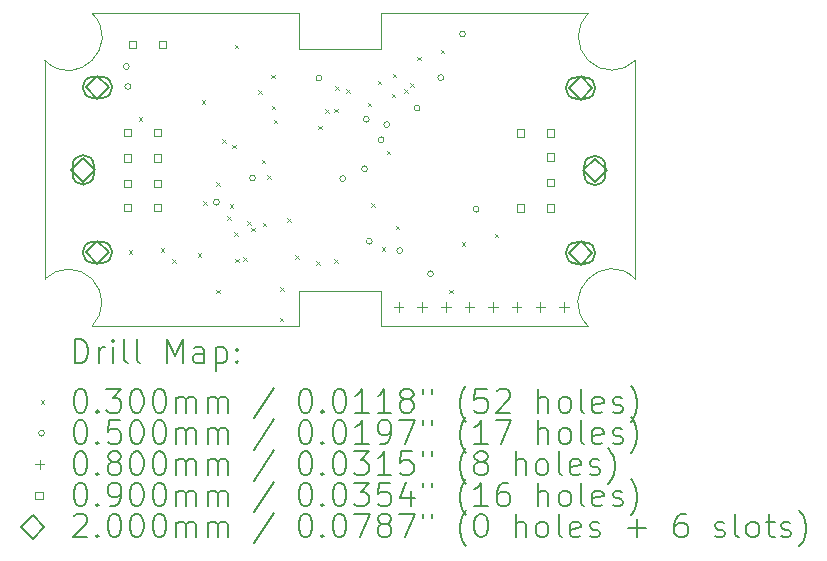
<source format=gbr>
%FSLAX45Y45*%
G04 Gerber Fmt 4.5, Leading zero omitted, Abs format (unit mm)*
G04 Created by KiCad (PCBNEW (6.0.1-0)) date 2022-03-09 23:30:37*
%MOMM*%
%LPD*%
G01*
G04 APERTURE LIST*
%TA.AperFunction,Profile*%
%ADD10C,0.050000*%
%TD*%
%ADD11C,0.200000*%
%ADD12C,0.030000*%
%ADD13C,0.050000*%
%ADD14C,0.080000*%
%ADD15C,0.090000*%
G04 APERTURE END LIST*
D10*
X5000000Y-8400000D02*
X5000000Y-10250000D01*
X7850000Y-8000000D02*
X9600000Y-8000000D01*
X5400000Y-10650000D02*
X7150000Y-10650000D01*
X7850000Y-10650000D02*
X9600000Y-10650000D01*
X7150000Y-10350000D02*
X7850000Y-10350000D01*
X7850000Y-10650000D02*
X7850000Y-10350000D01*
X7150000Y-8300000D02*
X7150000Y-8000000D01*
X7850000Y-8300000D02*
X7850000Y-8000000D01*
X7150000Y-8300000D02*
X7850000Y-8300000D01*
X5400000Y-10650000D02*
G75*
G03*
X5000000Y-10250000I-200000J200000D01*
G01*
X10000000Y-10250000D02*
G75*
G03*
X9600000Y-10650000I-200000J-200000D01*
G01*
X9600000Y-8000000D02*
G75*
G03*
X10000000Y-8400000I200000J-200000D01*
G01*
X7150000Y-10650000D02*
X7150000Y-10350000D01*
X5400000Y-8000000D02*
X7150000Y-8000000D01*
X5000000Y-8400000D02*
G75*
G03*
X5400000Y-8000000I200000J200000D01*
G01*
X10000000Y-8400000D02*
X10000000Y-10250000D01*
D11*
D12*
X5710850Y-10005960D02*
X5740850Y-10035960D01*
X5740850Y-10005960D02*
X5710850Y-10035960D01*
X5794280Y-8881560D02*
X5824280Y-8911560D01*
X5824280Y-8881560D02*
X5794280Y-8911560D01*
X5982810Y-9991020D02*
X6012810Y-10021020D01*
X6012810Y-9991020D02*
X5982810Y-10021020D01*
X6080098Y-10081372D02*
X6110098Y-10111372D01*
X6110098Y-10081372D02*
X6080098Y-10111372D01*
X6296360Y-10030900D02*
X6326360Y-10060900D01*
X6326360Y-10030900D02*
X6296360Y-10060900D01*
X6329000Y-8736000D02*
X6359000Y-8766000D01*
X6359000Y-8736000D02*
X6329000Y-8766000D01*
X6341710Y-9592200D02*
X6371710Y-9622200D01*
X6371710Y-9592200D02*
X6341710Y-9622200D01*
X6449300Y-10342290D02*
X6479300Y-10372290D01*
X6479300Y-10342290D02*
X6449300Y-10372290D01*
X6451000Y-9431000D02*
X6481000Y-9461000D01*
X6481000Y-9431000D02*
X6451000Y-9461000D01*
X6504000Y-9066140D02*
X6534000Y-9096140D01*
X6534000Y-9066140D02*
X6504000Y-9096140D01*
X6544570Y-9718570D02*
X6574570Y-9748570D01*
X6574570Y-9718570D02*
X6544570Y-9748570D01*
X6566000Y-9617000D02*
X6596000Y-9647000D01*
X6596000Y-9617000D02*
X6566000Y-9647000D01*
X6588690Y-9113710D02*
X6618690Y-9143710D01*
X6618690Y-9113710D02*
X6588690Y-9143710D01*
X6604000Y-9856000D02*
X6634000Y-9886000D01*
X6634000Y-9856000D02*
X6604000Y-9886000D01*
X6606320Y-8268540D02*
X6636320Y-8298540D01*
X6636320Y-8268540D02*
X6606320Y-8298540D01*
X6613000Y-10079000D02*
X6643000Y-10109000D01*
X6643000Y-10079000D02*
X6613000Y-10109000D01*
X6680000Y-10068000D02*
X6710000Y-10098000D01*
X6710000Y-10068000D02*
X6680000Y-10098000D01*
X6713000Y-9762000D02*
X6743000Y-9792000D01*
X6743000Y-9762000D02*
X6713000Y-9792000D01*
X6749430Y-9818430D02*
X6779430Y-9848430D01*
X6779430Y-9818430D02*
X6749430Y-9848430D01*
X6808620Y-8651610D02*
X6838620Y-8681610D01*
X6838620Y-8651610D02*
X6808620Y-8681610D01*
X6835345Y-9241655D02*
X6865345Y-9271655D01*
X6865345Y-9241655D02*
X6835345Y-9271655D01*
X6845000Y-9773000D02*
X6875000Y-9803000D01*
X6875000Y-9773000D02*
X6845000Y-9803000D01*
X6885000Y-9372570D02*
X6915000Y-9402570D01*
X6915000Y-9372570D02*
X6885000Y-9402570D01*
X6915000Y-8520000D02*
X6945000Y-8550000D01*
X6945000Y-8520000D02*
X6915000Y-8550000D01*
X6920000Y-8785000D02*
X6950000Y-8815000D01*
X6950000Y-8785000D02*
X6920000Y-8815000D01*
X6936770Y-8903560D02*
X6966770Y-8933560D01*
X6966770Y-8903560D02*
X6936770Y-8933560D01*
X6987760Y-10580580D02*
X7017760Y-10610580D01*
X7017760Y-10580580D02*
X6987760Y-10610580D01*
X6993000Y-10320000D02*
X7023000Y-10350000D01*
X7023000Y-10320000D02*
X6993000Y-10350000D01*
X7052863Y-9737863D02*
X7082863Y-9767863D01*
X7082863Y-9737863D02*
X7052863Y-9767863D01*
X7119000Y-10050430D02*
X7149000Y-10080430D01*
X7149000Y-10050430D02*
X7119000Y-10080430D01*
X7296170Y-10098447D02*
X7326170Y-10128447D01*
X7326170Y-10098447D02*
X7296170Y-10128447D01*
X7316000Y-8955000D02*
X7346000Y-8985000D01*
X7346000Y-8955000D02*
X7316000Y-8985000D01*
X7373000Y-8814280D02*
X7403000Y-8844280D01*
X7403000Y-8814280D02*
X7373000Y-8844280D01*
X7451000Y-8811000D02*
X7481000Y-8841000D01*
X7481000Y-8811000D02*
X7451000Y-8841000D01*
X7452000Y-10083000D02*
X7482000Y-10113000D01*
X7482000Y-10083000D02*
X7452000Y-10113000D01*
X7461210Y-8616690D02*
X7491210Y-8646690D01*
X7491210Y-8616690D02*
X7461210Y-8646690D01*
X7552210Y-8642440D02*
X7582210Y-8672440D01*
X7582210Y-8642440D02*
X7552210Y-8672440D01*
X7734000Y-8759930D02*
X7764000Y-8789930D01*
X7764000Y-8759930D02*
X7734000Y-8789930D01*
X7765450Y-9608000D02*
X7795450Y-9638000D01*
X7795450Y-9608000D02*
X7765450Y-9638000D01*
X7818000Y-8572000D02*
X7848000Y-8602000D01*
X7848000Y-8572000D02*
X7818000Y-8602000D01*
X7851180Y-9984000D02*
X7881180Y-10014000D01*
X7881180Y-9984000D02*
X7851180Y-10014000D01*
X7894000Y-9164000D02*
X7924000Y-9194000D01*
X7924000Y-9164000D02*
X7894000Y-9194000D01*
X7937810Y-8682730D02*
X7967810Y-8712730D01*
X7967810Y-8682730D02*
X7937810Y-8712730D01*
X7944500Y-8512950D02*
X7974500Y-8542950D01*
X7974500Y-8512950D02*
X7944500Y-8542950D01*
X7970863Y-9800809D02*
X8000863Y-9830809D01*
X8000863Y-9800809D02*
X7970863Y-9830809D01*
X8042407Y-8645407D02*
X8072407Y-8675407D01*
X8072407Y-8645407D02*
X8042407Y-8675407D01*
X8094407Y-8595570D02*
X8124407Y-8625570D01*
X8124407Y-8595570D02*
X8094407Y-8625570D01*
X8152000Y-8370370D02*
X8182000Y-8400370D01*
X8182000Y-8370370D02*
X8152000Y-8400370D01*
X8353900Y-8309680D02*
X8383900Y-8339680D01*
X8383900Y-8309680D02*
X8353900Y-8339680D01*
X8426070Y-10341070D02*
X8456070Y-10371070D01*
X8456070Y-10341070D02*
X8426070Y-10371070D01*
X8528450Y-9939570D02*
X8558450Y-9969570D01*
X8558450Y-9939570D02*
X8528450Y-9969570D01*
X8808543Y-9866457D02*
X8838543Y-9896457D01*
X8838543Y-9866457D02*
X8808543Y-9896457D01*
D13*
X5716230Y-8451857D02*
G75*
G03*
X5716230Y-8451857I-25000J0D01*
G01*
X5729000Y-8621000D02*
G75*
G03*
X5729000Y-8621000I-25000J0D01*
G01*
X6477721Y-9600279D02*
G75*
G03*
X6477721Y-9600279I-25000J0D01*
G01*
X6784000Y-9395570D02*
G75*
G03*
X6784000Y-9395570I-25000J0D01*
G01*
X7345000Y-8550000D02*
G75*
G03*
X7345000Y-8550000I-25000J0D01*
G01*
X7546724Y-9400276D02*
G75*
G03*
X7546724Y-9400276I-25000J0D01*
G01*
X7732000Y-9317550D02*
G75*
G03*
X7732000Y-9317550I-25000J0D01*
G01*
X7746761Y-8898570D02*
G75*
G03*
X7746761Y-8898570I-25000J0D01*
G01*
X7772000Y-9930951D02*
G75*
G03*
X7772000Y-9930951I-25000J0D01*
G01*
X7872570Y-9072000D02*
G75*
G03*
X7872570Y-9072000I-25000J0D01*
G01*
X7920000Y-8943000D02*
G75*
G03*
X7920000Y-8943000I-25000J0D01*
G01*
X8030000Y-10010000D02*
G75*
G03*
X8030000Y-10010000I-25000J0D01*
G01*
X8178000Y-8804000D02*
G75*
G03*
X8178000Y-8804000I-25000J0D01*
G01*
X8291050Y-10206000D02*
G75*
G03*
X8291050Y-10206000I-25000J0D01*
G01*
X8378418Y-8545859D02*
G75*
G03*
X8378418Y-8545859I-25000J0D01*
G01*
X8562000Y-8177000D02*
G75*
G03*
X8562000Y-8177000I-25000J0D01*
G01*
X8677000Y-9660000D02*
G75*
G03*
X8677000Y-9660000I-25000J0D01*
G01*
D14*
X7995000Y-10447000D02*
X7995000Y-10527000D01*
X7955000Y-10487000D02*
X8035000Y-10487000D01*
X8195000Y-10447000D02*
X8195000Y-10527000D01*
X8155000Y-10487000D02*
X8235000Y-10487000D01*
X8395000Y-10447000D02*
X8395000Y-10527000D01*
X8355000Y-10487000D02*
X8435000Y-10487000D01*
X8595000Y-10447000D02*
X8595000Y-10527000D01*
X8555000Y-10487000D02*
X8635000Y-10487000D01*
X8795000Y-10447000D02*
X8795000Y-10527000D01*
X8755000Y-10487000D02*
X8835000Y-10487000D01*
X8995000Y-10447000D02*
X8995000Y-10527000D01*
X8955000Y-10487000D02*
X9035000Y-10487000D01*
X9195000Y-10447000D02*
X9195000Y-10527000D01*
X9155000Y-10487000D02*
X9235000Y-10487000D01*
X9395000Y-10447000D02*
X9395000Y-10527000D01*
X9355000Y-10487000D02*
X9435000Y-10487000D01*
D15*
X5731820Y-9041320D02*
X5731820Y-8977680D01*
X5668180Y-8977680D01*
X5668180Y-9041320D01*
X5731820Y-9041320D01*
X5731820Y-9257220D02*
X5731820Y-9193580D01*
X5668180Y-9193580D01*
X5668180Y-9257220D01*
X5731820Y-9257220D01*
X5731820Y-9473120D02*
X5731820Y-9409480D01*
X5668180Y-9409480D01*
X5668180Y-9473120D01*
X5731820Y-9473120D01*
X5731820Y-9676320D02*
X5731820Y-9612680D01*
X5668180Y-9612680D01*
X5668180Y-9676320D01*
X5731820Y-9676320D01*
X5775820Y-8297820D02*
X5775820Y-8234180D01*
X5712180Y-8234180D01*
X5712180Y-8297820D01*
X5775820Y-8297820D01*
X5985820Y-9041320D02*
X5985820Y-8977680D01*
X5922180Y-8977680D01*
X5922180Y-9041320D01*
X5985820Y-9041320D01*
X5985820Y-9257220D02*
X5985820Y-9193580D01*
X5922180Y-9193580D01*
X5922180Y-9257220D01*
X5985820Y-9257220D01*
X5985820Y-9473120D02*
X5985820Y-9409480D01*
X5922180Y-9409480D01*
X5922180Y-9473120D01*
X5985820Y-9473120D01*
X5985820Y-9676320D02*
X5985820Y-9612680D01*
X5922180Y-9612680D01*
X5922180Y-9676320D01*
X5985820Y-9676320D01*
X6029820Y-8297820D02*
X6029820Y-8234180D01*
X5966180Y-8234180D01*
X5966180Y-8297820D01*
X6029820Y-8297820D01*
X9059820Y-9046320D02*
X9059820Y-8982680D01*
X8996180Y-8982680D01*
X8996180Y-9046320D01*
X9059820Y-9046320D01*
X9059820Y-9681320D02*
X9059820Y-9617680D01*
X8996180Y-9617680D01*
X8996180Y-9681320D01*
X9059820Y-9681320D01*
X9313820Y-9046320D02*
X9313820Y-8982680D01*
X9250180Y-8982680D01*
X9250180Y-9046320D01*
X9313820Y-9046320D01*
X9313820Y-9249520D02*
X9313820Y-9185880D01*
X9250180Y-9185880D01*
X9250180Y-9249520D01*
X9313820Y-9249520D01*
X9313820Y-9465420D02*
X9313820Y-9401780D01*
X9250180Y-9401780D01*
X9250180Y-9465420D01*
X9313820Y-9465420D01*
X9313820Y-9681320D02*
X9313820Y-9617680D01*
X9250180Y-9617680D01*
X9250180Y-9681320D01*
X9313820Y-9681320D01*
D11*
X5325220Y-9427000D02*
X5425220Y-9327000D01*
X5325220Y-9227000D01*
X5225220Y-9327000D01*
X5325220Y-9427000D01*
X5235220Y-9292000D02*
X5235220Y-9362000D01*
X5415220Y-9292000D02*
X5415220Y-9362000D01*
X5235220Y-9362000D02*
G75*
G03*
X5415220Y-9362000I90000J0D01*
G01*
X5415220Y-9292000D02*
G75*
G03*
X5235220Y-9292000I-90000J0D01*
G01*
X5446000Y-8728500D02*
X5546000Y-8628500D01*
X5446000Y-8528500D01*
X5346000Y-8628500D01*
X5446000Y-8728500D01*
X5411000Y-8718500D02*
X5481000Y-8718500D01*
X5411000Y-8538500D02*
X5481000Y-8538500D01*
X5481000Y-8718500D02*
G75*
G03*
X5481000Y-8538500I0J90000D01*
G01*
X5411000Y-8538500D02*
G75*
G03*
X5411000Y-8718500I0J-90000D01*
G01*
X5446000Y-10125500D02*
X5546000Y-10025500D01*
X5446000Y-9925500D01*
X5346000Y-10025500D01*
X5446000Y-10125500D01*
X5411000Y-10115500D02*
X5481000Y-10115500D01*
X5411000Y-9935500D02*
X5481000Y-9935500D01*
X5481000Y-10115500D02*
G75*
G03*
X5481000Y-9935500I0J90000D01*
G01*
X5411000Y-9935500D02*
G75*
G03*
X5411000Y-10115500I0J-90000D01*
G01*
X9536000Y-8733500D02*
X9636000Y-8633500D01*
X9536000Y-8533500D01*
X9436000Y-8633500D01*
X9536000Y-8733500D01*
X9571000Y-8543500D02*
X9501000Y-8543500D01*
X9571000Y-8723500D02*
X9501000Y-8723500D01*
X9501000Y-8543500D02*
G75*
G03*
X9501000Y-8723500I0J-90000D01*
G01*
X9571000Y-8723500D02*
G75*
G03*
X9571000Y-8543500I0J90000D01*
G01*
X9536000Y-10130500D02*
X9636000Y-10030500D01*
X9536000Y-9930500D01*
X9436000Y-10030500D01*
X9536000Y-10130500D01*
X9571000Y-9940500D02*
X9501000Y-9940500D01*
X9571000Y-10120500D02*
X9501000Y-10120500D01*
X9501000Y-9940500D02*
G75*
G03*
X9501000Y-10120500I0J-90000D01*
G01*
X9571000Y-10120500D02*
G75*
G03*
X9571000Y-9940500I0J90000D01*
G01*
X9656780Y-9432000D02*
X9756780Y-9332000D01*
X9656780Y-9232000D01*
X9556780Y-9332000D01*
X9656780Y-9432000D01*
X9746780Y-9367000D02*
X9746780Y-9297000D01*
X9566780Y-9367000D02*
X9566780Y-9297000D01*
X9746780Y-9297000D02*
G75*
G03*
X9566780Y-9297000I-90000J0D01*
G01*
X9566780Y-9367000D02*
G75*
G03*
X9746780Y-9367000I90000J0D01*
G01*
X5255119Y-10962976D02*
X5255119Y-10762976D01*
X5302738Y-10762976D01*
X5331310Y-10772500D01*
X5350357Y-10791548D01*
X5359881Y-10810595D01*
X5369405Y-10848691D01*
X5369405Y-10877262D01*
X5359881Y-10915357D01*
X5350357Y-10934405D01*
X5331310Y-10953453D01*
X5302738Y-10962976D01*
X5255119Y-10962976D01*
X5455119Y-10962976D02*
X5455119Y-10829643D01*
X5455119Y-10867738D02*
X5464643Y-10848691D01*
X5474167Y-10839167D01*
X5493214Y-10829643D01*
X5512262Y-10829643D01*
X5578929Y-10962976D02*
X5578929Y-10829643D01*
X5578929Y-10762976D02*
X5569405Y-10772500D01*
X5578929Y-10782024D01*
X5588452Y-10772500D01*
X5578929Y-10762976D01*
X5578929Y-10782024D01*
X5702738Y-10962976D02*
X5683690Y-10953453D01*
X5674167Y-10934405D01*
X5674167Y-10762976D01*
X5807500Y-10962976D02*
X5788452Y-10953453D01*
X5778928Y-10934405D01*
X5778928Y-10762976D01*
X6036071Y-10962976D02*
X6036071Y-10762976D01*
X6102738Y-10905834D01*
X6169405Y-10762976D01*
X6169405Y-10962976D01*
X6350357Y-10962976D02*
X6350357Y-10858214D01*
X6340833Y-10839167D01*
X6321786Y-10829643D01*
X6283690Y-10829643D01*
X6264643Y-10839167D01*
X6350357Y-10953453D02*
X6331309Y-10962976D01*
X6283690Y-10962976D01*
X6264643Y-10953453D01*
X6255119Y-10934405D01*
X6255119Y-10915357D01*
X6264643Y-10896310D01*
X6283690Y-10886786D01*
X6331309Y-10886786D01*
X6350357Y-10877262D01*
X6445595Y-10829643D02*
X6445595Y-11029643D01*
X6445595Y-10839167D02*
X6464643Y-10829643D01*
X6502738Y-10829643D01*
X6521786Y-10839167D01*
X6531309Y-10848691D01*
X6540833Y-10867738D01*
X6540833Y-10924881D01*
X6531309Y-10943929D01*
X6521786Y-10953453D01*
X6502738Y-10962976D01*
X6464643Y-10962976D01*
X6445595Y-10953453D01*
X6626548Y-10943929D02*
X6636071Y-10953453D01*
X6626548Y-10962976D01*
X6617024Y-10953453D01*
X6626548Y-10943929D01*
X6626548Y-10962976D01*
X6626548Y-10839167D02*
X6636071Y-10848691D01*
X6626548Y-10858214D01*
X6617024Y-10848691D01*
X6626548Y-10839167D01*
X6626548Y-10858214D01*
D12*
X4967500Y-11277500D02*
X4997500Y-11307500D01*
X4997500Y-11277500D02*
X4967500Y-11307500D01*
D11*
X5293214Y-11182976D02*
X5312262Y-11182976D01*
X5331310Y-11192500D01*
X5340833Y-11202024D01*
X5350357Y-11221072D01*
X5359881Y-11259167D01*
X5359881Y-11306786D01*
X5350357Y-11344881D01*
X5340833Y-11363929D01*
X5331310Y-11373452D01*
X5312262Y-11382976D01*
X5293214Y-11382976D01*
X5274167Y-11373452D01*
X5264643Y-11363929D01*
X5255119Y-11344881D01*
X5245595Y-11306786D01*
X5245595Y-11259167D01*
X5255119Y-11221072D01*
X5264643Y-11202024D01*
X5274167Y-11192500D01*
X5293214Y-11182976D01*
X5445595Y-11363929D02*
X5455119Y-11373452D01*
X5445595Y-11382976D01*
X5436071Y-11373452D01*
X5445595Y-11363929D01*
X5445595Y-11382976D01*
X5521786Y-11182976D02*
X5645595Y-11182976D01*
X5578929Y-11259167D01*
X5607500Y-11259167D01*
X5626548Y-11268691D01*
X5636071Y-11278214D01*
X5645595Y-11297262D01*
X5645595Y-11344881D01*
X5636071Y-11363929D01*
X5626548Y-11373452D01*
X5607500Y-11382976D01*
X5550357Y-11382976D01*
X5531310Y-11373452D01*
X5521786Y-11363929D01*
X5769405Y-11182976D02*
X5788452Y-11182976D01*
X5807500Y-11192500D01*
X5817024Y-11202024D01*
X5826548Y-11221072D01*
X5836071Y-11259167D01*
X5836071Y-11306786D01*
X5826548Y-11344881D01*
X5817024Y-11363929D01*
X5807500Y-11373452D01*
X5788452Y-11382976D01*
X5769405Y-11382976D01*
X5750357Y-11373452D01*
X5740833Y-11363929D01*
X5731309Y-11344881D01*
X5721786Y-11306786D01*
X5721786Y-11259167D01*
X5731309Y-11221072D01*
X5740833Y-11202024D01*
X5750357Y-11192500D01*
X5769405Y-11182976D01*
X5959881Y-11182976D02*
X5978928Y-11182976D01*
X5997976Y-11192500D01*
X6007500Y-11202024D01*
X6017024Y-11221072D01*
X6026548Y-11259167D01*
X6026548Y-11306786D01*
X6017024Y-11344881D01*
X6007500Y-11363929D01*
X5997976Y-11373452D01*
X5978928Y-11382976D01*
X5959881Y-11382976D01*
X5940833Y-11373452D01*
X5931309Y-11363929D01*
X5921786Y-11344881D01*
X5912262Y-11306786D01*
X5912262Y-11259167D01*
X5921786Y-11221072D01*
X5931309Y-11202024D01*
X5940833Y-11192500D01*
X5959881Y-11182976D01*
X6112262Y-11382976D02*
X6112262Y-11249643D01*
X6112262Y-11268691D02*
X6121786Y-11259167D01*
X6140833Y-11249643D01*
X6169405Y-11249643D01*
X6188452Y-11259167D01*
X6197976Y-11278214D01*
X6197976Y-11382976D01*
X6197976Y-11278214D02*
X6207500Y-11259167D01*
X6226548Y-11249643D01*
X6255119Y-11249643D01*
X6274167Y-11259167D01*
X6283690Y-11278214D01*
X6283690Y-11382976D01*
X6378928Y-11382976D02*
X6378928Y-11249643D01*
X6378928Y-11268691D02*
X6388452Y-11259167D01*
X6407500Y-11249643D01*
X6436071Y-11249643D01*
X6455119Y-11259167D01*
X6464643Y-11278214D01*
X6464643Y-11382976D01*
X6464643Y-11278214D02*
X6474167Y-11259167D01*
X6493214Y-11249643D01*
X6521786Y-11249643D01*
X6540833Y-11259167D01*
X6550357Y-11278214D01*
X6550357Y-11382976D01*
X6940833Y-11173453D02*
X6769405Y-11430595D01*
X7197976Y-11182976D02*
X7217024Y-11182976D01*
X7236071Y-11192500D01*
X7245595Y-11202024D01*
X7255119Y-11221072D01*
X7264643Y-11259167D01*
X7264643Y-11306786D01*
X7255119Y-11344881D01*
X7245595Y-11363929D01*
X7236071Y-11373452D01*
X7217024Y-11382976D01*
X7197976Y-11382976D01*
X7178928Y-11373452D01*
X7169405Y-11363929D01*
X7159881Y-11344881D01*
X7150357Y-11306786D01*
X7150357Y-11259167D01*
X7159881Y-11221072D01*
X7169405Y-11202024D01*
X7178928Y-11192500D01*
X7197976Y-11182976D01*
X7350357Y-11363929D02*
X7359881Y-11373452D01*
X7350357Y-11382976D01*
X7340833Y-11373452D01*
X7350357Y-11363929D01*
X7350357Y-11382976D01*
X7483690Y-11182976D02*
X7502738Y-11182976D01*
X7521786Y-11192500D01*
X7531309Y-11202024D01*
X7540833Y-11221072D01*
X7550357Y-11259167D01*
X7550357Y-11306786D01*
X7540833Y-11344881D01*
X7531309Y-11363929D01*
X7521786Y-11373452D01*
X7502738Y-11382976D01*
X7483690Y-11382976D01*
X7464643Y-11373452D01*
X7455119Y-11363929D01*
X7445595Y-11344881D01*
X7436071Y-11306786D01*
X7436071Y-11259167D01*
X7445595Y-11221072D01*
X7455119Y-11202024D01*
X7464643Y-11192500D01*
X7483690Y-11182976D01*
X7740833Y-11382976D02*
X7626548Y-11382976D01*
X7683690Y-11382976D02*
X7683690Y-11182976D01*
X7664643Y-11211548D01*
X7645595Y-11230595D01*
X7626548Y-11240119D01*
X7931309Y-11382976D02*
X7817024Y-11382976D01*
X7874167Y-11382976D02*
X7874167Y-11182976D01*
X7855119Y-11211548D01*
X7836071Y-11230595D01*
X7817024Y-11240119D01*
X8045595Y-11268691D02*
X8026548Y-11259167D01*
X8017024Y-11249643D01*
X8007500Y-11230595D01*
X8007500Y-11221072D01*
X8017024Y-11202024D01*
X8026548Y-11192500D01*
X8045595Y-11182976D01*
X8083690Y-11182976D01*
X8102738Y-11192500D01*
X8112262Y-11202024D01*
X8121786Y-11221072D01*
X8121786Y-11230595D01*
X8112262Y-11249643D01*
X8102738Y-11259167D01*
X8083690Y-11268691D01*
X8045595Y-11268691D01*
X8026548Y-11278214D01*
X8017024Y-11287738D01*
X8007500Y-11306786D01*
X8007500Y-11344881D01*
X8017024Y-11363929D01*
X8026548Y-11373452D01*
X8045595Y-11382976D01*
X8083690Y-11382976D01*
X8102738Y-11373452D01*
X8112262Y-11363929D01*
X8121786Y-11344881D01*
X8121786Y-11306786D01*
X8112262Y-11287738D01*
X8102738Y-11278214D01*
X8083690Y-11268691D01*
X8197976Y-11182976D02*
X8197976Y-11221072D01*
X8274167Y-11182976D02*
X8274167Y-11221072D01*
X8569405Y-11459167D02*
X8559881Y-11449643D01*
X8540833Y-11421072D01*
X8531310Y-11402024D01*
X8521786Y-11373452D01*
X8512262Y-11325833D01*
X8512262Y-11287738D01*
X8521786Y-11240119D01*
X8531310Y-11211548D01*
X8540833Y-11192500D01*
X8559881Y-11163929D01*
X8569405Y-11154405D01*
X8740833Y-11182976D02*
X8645595Y-11182976D01*
X8636071Y-11278214D01*
X8645595Y-11268691D01*
X8664643Y-11259167D01*
X8712262Y-11259167D01*
X8731310Y-11268691D01*
X8740833Y-11278214D01*
X8750357Y-11297262D01*
X8750357Y-11344881D01*
X8740833Y-11363929D01*
X8731310Y-11373452D01*
X8712262Y-11382976D01*
X8664643Y-11382976D01*
X8645595Y-11373452D01*
X8636071Y-11363929D01*
X8826548Y-11202024D02*
X8836071Y-11192500D01*
X8855119Y-11182976D01*
X8902738Y-11182976D01*
X8921786Y-11192500D01*
X8931310Y-11202024D01*
X8940833Y-11221072D01*
X8940833Y-11240119D01*
X8931310Y-11268691D01*
X8817024Y-11382976D01*
X8940833Y-11382976D01*
X9178929Y-11382976D02*
X9178929Y-11182976D01*
X9264643Y-11382976D02*
X9264643Y-11278214D01*
X9255119Y-11259167D01*
X9236071Y-11249643D01*
X9207500Y-11249643D01*
X9188452Y-11259167D01*
X9178929Y-11268691D01*
X9388452Y-11382976D02*
X9369405Y-11373452D01*
X9359881Y-11363929D01*
X9350357Y-11344881D01*
X9350357Y-11287738D01*
X9359881Y-11268691D01*
X9369405Y-11259167D01*
X9388452Y-11249643D01*
X9417024Y-11249643D01*
X9436071Y-11259167D01*
X9445595Y-11268691D01*
X9455119Y-11287738D01*
X9455119Y-11344881D01*
X9445595Y-11363929D01*
X9436071Y-11373452D01*
X9417024Y-11382976D01*
X9388452Y-11382976D01*
X9569405Y-11382976D02*
X9550357Y-11373452D01*
X9540833Y-11354405D01*
X9540833Y-11182976D01*
X9721786Y-11373452D02*
X9702738Y-11382976D01*
X9664643Y-11382976D01*
X9645595Y-11373452D01*
X9636071Y-11354405D01*
X9636071Y-11278214D01*
X9645595Y-11259167D01*
X9664643Y-11249643D01*
X9702738Y-11249643D01*
X9721786Y-11259167D01*
X9731310Y-11278214D01*
X9731310Y-11297262D01*
X9636071Y-11316310D01*
X9807500Y-11373452D02*
X9826548Y-11382976D01*
X9864643Y-11382976D01*
X9883690Y-11373452D01*
X9893214Y-11354405D01*
X9893214Y-11344881D01*
X9883690Y-11325833D01*
X9864643Y-11316310D01*
X9836071Y-11316310D01*
X9817024Y-11306786D01*
X9807500Y-11287738D01*
X9807500Y-11278214D01*
X9817024Y-11259167D01*
X9836071Y-11249643D01*
X9864643Y-11249643D01*
X9883690Y-11259167D01*
X9959881Y-11459167D02*
X9969405Y-11449643D01*
X9988452Y-11421072D01*
X9997976Y-11402024D01*
X10007500Y-11373452D01*
X10017024Y-11325833D01*
X10017024Y-11287738D01*
X10007500Y-11240119D01*
X9997976Y-11211548D01*
X9988452Y-11192500D01*
X9969405Y-11163929D01*
X9959881Y-11154405D01*
D13*
X4997500Y-11556500D02*
G75*
G03*
X4997500Y-11556500I-25000J0D01*
G01*
D11*
X5293214Y-11446976D02*
X5312262Y-11446976D01*
X5331310Y-11456500D01*
X5340833Y-11466024D01*
X5350357Y-11485072D01*
X5359881Y-11523167D01*
X5359881Y-11570786D01*
X5350357Y-11608881D01*
X5340833Y-11627929D01*
X5331310Y-11637452D01*
X5312262Y-11646976D01*
X5293214Y-11646976D01*
X5274167Y-11637452D01*
X5264643Y-11627929D01*
X5255119Y-11608881D01*
X5245595Y-11570786D01*
X5245595Y-11523167D01*
X5255119Y-11485072D01*
X5264643Y-11466024D01*
X5274167Y-11456500D01*
X5293214Y-11446976D01*
X5445595Y-11627929D02*
X5455119Y-11637452D01*
X5445595Y-11646976D01*
X5436071Y-11637452D01*
X5445595Y-11627929D01*
X5445595Y-11646976D01*
X5636071Y-11446976D02*
X5540833Y-11446976D01*
X5531310Y-11542214D01*
X5540833Y-11532691D01*
X5559881Y-11523167D01*
X5607500Y-11523167D01*
X5626548Y-11532691D01*
X5636071Y-11542214D01*
X5645595Y-11561262D01*
X5645595Y-11608881D01*
X5636071Y-11627929D01*
X5626548Y-11637452D01*
X5607500Y-11646976D01*
X5559881Y-11646976D01*
X5540833Y-11637452D01*
X5531310Y-11627929D01*
X5769405Y-11446976D02*
X5788452Y-11446976D01*
X5807500Y-11456500D01*
X5817024Y-11466024D01*
X5826548Y-11485072D01*
X5836071Y-11523167D01*
X5836071Y-11570786D01*
X5826548Y-11608881D01*
X5817024Y-11627929D01*
X5807500Y-11637452D01*
X5788452Y-11646976D01*
X5769405Y-11646976D01*
X5750357Y-11637452D01*
X5740833Y-11627929D01*
X5731309Y-11608881D01*
X5721786Y-11570786D01*
X5721786Y-11523167D01*
X5731309Y-11485072D01*
X5740833Y-11466024D01*
X5750357Y-11456500D01*
X5769405Y-11446976D01*
X5959881Y-11446976D02*
X5978928Y-11446976D01*
X5997976Y-11456500D01*
X6007500Y-11466024D01*
X6017024Y-11485072D01*
X6026548Y-11523167D01*
X6026548Y-11570786D01*
X6017024Y-11608881D01*
X6007500Y-11627929D01*
X5997976Y-11637452D01*
X5978928Y-11646976D01*
X5959881Y-11646976D01*
X5940833Y-11637452D01*
X5931309Y-11627929D01*
X5921786Y-11608881D01*
X5912262Y-11570786D01*
X5912262Y-11523167D01*
X5921786Y-11485072D01*
X5931309Y-11466024D01*
X5940833Y-11456500D01*
X5959881Y-11446976D01*
X6112262Y-11646976D02*
X6112262Y-11513643D01*
X6112262Y-11532691D02*
X6121786Y-11523167D01*
X6140833Y-11513643D01*
X6169405Y-11513643D01*
X6188452Y-11523167D01*
X6197976Y-11542214D01*
X6197976Y-11646976D01*
X6197976Y-11542214D02*
X6207500Y-11523167D01*
X6226548Y-11513643D01*
X6255119Y-11513643D01*
X6274167Y-11523167D01*
X6283690Y-11542214D01*
X6283690Y-11646976D01*
X6378928Y-11646976D02*
X6378928Y-11513643D01*
X6378928Y-11532691D02*
X6388452Y-11523167D01*
X6407500Y-11513643D01*
X6436071Y-11513643D01*
X6455119Y-11523167D01*
X6464643Y-11542214D01*
X6464643Y-11646976D01*
X6464643Y-11542214D02*
X6474167Y-11523167D01*
X6493214Y-11513643D01*
X6521786Y-11513643D01*
X6540833Y-11523167D01*
X6550357Y-11542214D01*
X6550357Y-11646976D01*
X6940833Y-11437452D02*
X6769405Y-11694595D01*
X7197976Y-11446976D02*
X7217024Y-11446976D01*
X7236071Y-11456500D01*
X7245595Y-11466024D01*
X7255119Y-11485072D01*
X7264643Y-11523167D01*
X7264643Y-11570786D01*
X7255119Y-11608881D01*
X7245595Y-11627929D01*
X7236071Y-11637452D01*
X7217024Y-11646976D01*
X7197976Y-11646976D01*
X7178928Y-11637452D01*
X7169405Y-11627929D01*
X7159881Y-11608881D01*
X7150357Y-11570786D01*
X7150357Y-11523167D01*
X7159881Y-11485072D01*
X7169405Y-11466024D01*
X7178928Y-11456500D01*
X7197976Y-11446976D01*
X7350357Y-11627929D02*
X7359881Y-11637452D01*
X7350357Y-11646976D01*
X7340833Y-11637452D01*
X7350357Y-11627929D01*
X7350357Y-11646976D01*
X7483690Y-11446976D02*
X7502738Y-11446976D01*
X7521786Y-11456500D01*
X7531309Y-11466024D01*
X7540833Y-11485072D01*
X7550357Y-11523167D01*
X7550357Y-11570786D01*
X7540833Y-11608881D01*
X7531309Y-11627929D01*
X7521786Y-11637452D01*
X7502738Y-11646976D01*
X7483690Y-11646976D01*
X7464643Y-11637452D01*
X7455119Y-11627929D01*
X7445595Y-11608881D01*
X7436071Y-11570786D01*
X7436071Y-11523167D01*
X7445595Y-11485072D01*
X7455119Y-11466024D01*
X7464643Y-11456500D01*
X7483690Y-11446976D01*
X7740833Y-11646976D02*
X7626548Y-11646976D01*
X7683690Y-11646976D02*
X7683690Y-11446976D01*
X7664643Y-11475548D01*
X7645595Y-11494595D01*
X7626548Y-11504119D01*
X7836071Y-11646976D02*
X7874167Y-11646976D01*
X7893214Y-11637452D01*
X7902738Y-11627929D01*
X7921786Y-11599357D01*
X7931309Y-11561262D01*
X7931309Y-11485072D01*
X7921786Y-11466024D01*
X7912262Y-11456500D01*
X7893214Y-11446976D01*
X7855119Y-11446976D01*
X7836071Y-11456500D01*
X7826548Y-11466024D01*
X7817024Y-11485072D01*
X7817024Y-11532691D01*
X7826548Y-11551738D01*
X7836071Y-11561262D01*
X7855119Y-11570786D01*
X7893214Y-11570786D01*
X7912262Y-11561262D01*
X7921786Y-11551738D01*
X7931309Y-11532691D01*
X7997976Y-11446976D02*
X8131309Y-11446976D01*
X8045595Y-11646976D01*
X8197976Y-11446976D02*
X8197976Y-11485072D01*
X8274167Y-11446976D02*
X8274167Y-11485072D01*
X8569405Y-11723167D02*
X8559881Y-11713643D01*
X8540833Y-11685072D01*
X8531310Y-11666024D01*
X8521786Y-11637452D01*
X8512262Y-11589833D01*
X8512262Y-11551738D01*
X8521786Y-11504119D01*
X8531310Y-11475548D01*
X8540833Y-11456500D01*
X8559881Y-11427929D01*
X8569405Y-11418405D01*
X8750357Y-11646976D02*
X8636071Y-11646976D01*
X8693214Y-11646976D02*
X8693214Y-11446976D01*
X8674167Y-11475548D01*
X8655119Y-11494595D01*
X8636071Y-11504119D01*
X8817024Y-11446976D02*
X8950357Y-11446976D01*
X8864643Y-11646976D01*
X9178929Y-11646976D02*
X9178929Y-11446976D01*
X9264643Y-11646976D02*
X9264643Y-11542214D01*
X9255119Y-11523167D01*
X9236071Y-11513643D01*
X9207500Y-11513643D01*
X9188452Y-11523167D01*
X9178929Y-11532691D01*
X9388452Y-11646976D02*
X9369405Y-11637452D01*
X9359881Y-11627929D01*
X9350357Y-11608881D01*
X9350357Y-11551738D01*
X9359881Y-11532691D01*
X9369405Y-11523167D01*
X9388452Y-11513643D01*
X9417024Y-11513643D01*
X9436071Y-11523167D01*
X9445595Y-11532691D01*
X9455119Y-11551738D01*
X9455119Y-11608881D01*
X9445595Y-11627929D01*
X9436071Y-11637452D01*
X9417024Y-11646976D01*
X9388452Y-11646976D01*
X9569405Y-11646976D02*
X9550357Y-11637452D01*
X9540833Y-11618405D01*
X9540833Y-11446976D01*
X9721786Y-11637452D02*
X9702738Y-11646976D01*
X9664643Y-11646976D01*
X9645595Y-11637452D01*
X9636071Y-11618405D01*
X9636071Y-11542214D01*
X9645595Y-11523167D01*
X9664643Y-11513643D01*
X9702738Y-11513643D01*
X9721786Y-11523167D01*
X9731310Y-11542214D01*
X9731310Y-11561262D01*
X9636071Y-11580310D01*
X9807500Y-11637452D02*
X9826548Y-11646976D01*
X9864643Y-11646976D01*
X9883690Y-11637452D01*
X9893214Y-11618405D01*
X9893214Y-11608881D01*
X9883690Y-11589833D01*
X9864643Y-11580310D01*
X9836071Y-11580310D01*
X9817024Y-11570786D01*
X9807500Y-11551738D01*
X9807500Y-11542214D01*
X9817024Y-11523167D01*
X9836071Y-11513643D01*
X9864643Y-11513643D01*
X9883690Y-11523167D01*
X9959881Y-11723167D02*
X9969405Y-11713643D01*
X9988452Y-11685072D01*
X9997976Y-11666024D01*
X10007500Y-11637452D01*
X10017024Y-11589833D01*
X10017024Y-11551738D01*
X10007500Y-11504119D01*
X9997976Y-11475548D01*
X9988452Y-11456500D01*
X9969405Y-11427929D01*
X9959881Y-11418405D01*
D14*
X4957500Y-11780500D02*
X4957500Y-11860500D01*
X4917500Y-11820500D02*
X4997500Y-11820500D01*
D11*
X5293214Y-11710976D02*
X5312262Y-11710976D01*
X5331310Y-11720500D01*
X5340833Y-11730024D01*
X5350357Y-11749072D01*
X5359881Y-11787167D01*
X5359881Y-11834786D01*
X5350357Y-11872881D01*
X5340833Y-11891929D01*
X5331310Y-11901452D01*
X5312262Y-11910976D01*
X5293214Y-11910976D01*
X5274167Y-11901452D01*
X5264643Y-11891929D01*
X5255119Y-11872881D01*
X5245595Y-11834786D01*
X5245595Y-11787167D01*
X5255119Y-11749072D01*
X5264643Y-11730024D01*
X5274167Y-11720500D01*
X5293214Y-11710976D01*
X5445595Y-11891929D02*
X5455119Y-11901452D01*
X5445595Y-11910976D01*
X5436071Y-11901452D01*
X5445595Y-11891929D01*
X5445595Y-11910976D01*
X5569405Y-11796691D02*
X5550357Y-11787167D01*
X5540833Y-11777643D01*
X5531310Y-11758595D01*
X5531310Y-11749072D01*
X5540833Y-11730024D01*
X5550357Y-11720500D01*
X5569405Y-11710976D01*
X5607500Y-11710976D01*
X5626548Y-11720500D01*
X5636071Y-11730024D01*
X5645595Y-11749072D01*
X5645595Y-11758595D01*
X5636071Y-11777643D01*
X5626548Y-11787167D01*
X5607500Y-11796691D01*
X5569405Y-11796691D01*
X5550357Y-11806214D01*
X5540833Y-11815738D01*
X5531310Y-11834786D01*
X5531310Y-11872881D01*
X5540833Y-11891929D01*
X5550357Y-11901452D01*
X5569405Y-11910976D01*
X5607500Y-11910976D01*
X5626548Y-11901452D01*
X5636071Y-11891929D01*
X5645595Y-11872881D01*
X5645595Y-11834786D01*
X5636071Y-11815738D01*
X5626548Y-11806214D01*
X5607500Y-11796691D01*
X5769405Y-11710976D02*
X5788452Y-11710976D01*
X5807500Y-11720500D01*
X5817024Y-11730024D01*
X5826548Y-11749072D01*
X5836071Y-11787167D01*
X5836071Y-11834786D01*
X5826548Y-11872881D01*
X5817024Y-11891929D01*
X5807500Y-11901452D01*
X5788452Y-11910976D01*
X5769405Y-11910976D01*
X5750357Y-11901452D01*
X5740833Y-11891929D01*
X5731309Y-11872881D01*
X5721786Y-11834786D01*
X5721786Y-11787167D01*
X5731309Y-11749072D01*
X5740833Y-11730024D01*
X5750357Y-11720500D01*
X5769405Y-11710976D01*
X5959881Y-11710976D02*
X5978928Y-11710976D01*
X5997976Y-11720500D01*
X6007500Y-11730024D01*
X6017024Y-11749072D01*
X6026548Y-11787167D01*
X6026548Y-11834786D01*
X6017024Y-11872881D01*
X6007500Y-11891929D01*
X5997976Y-11901452D01*
X5978928Y-11910976D01*
X5959881Y-11910976D01*
X5940833Y-11901452D01*
X5931309Y-11891929D01*
X5921786Y-11872881D01*
X5912262Y-11834786D01*
X5912262Y-11787167D01*
X5921786Y-11749072D01*
X5931309Y-11730024D01*
X5940833Y-11720500D01*
X5959881Y-11710976D01*
X6112262Y-11910976D02*
X6112262Y-11777643D01*
X6112262Y-11796691D02*
X6121786Y-11787167D01*
X6140833Y-11777643D01*
X6169405Y-11777643D01*
X6188452Y-11787167D01*
X6197976Y-11806214D01*
X6197976Y-11910976D01*
X6197976Y-11806214D02*
X6207500Y-11787167D01*
X6226548Y-11777643D01*
X6255119Y-11777643D01*
X6274167Y-11787167D01*
X6283690Y-11806214D01*
X6283690Y-11910976D01*
X6378928Y-11910976D02*
X6378928Y-11777643D01*
X6378928Y-11796691D02*
X6388452Y-11787167D01*
X6407500Y-11777643D01*
X6436071Y-11777643D01*
X6455119Y-11787167D01*
X6464643Y-11806214D01*
X6464643Y-11910976D01*
X6464643Y-11806214D02*
X6474167Y-11787167D01*
X6493214Y-11777643D01*
X6521786Y-11777643D01*
X6540833Y-11787167D01*
X6550357Y-11806214D01*
X6550357Y-11910976D01*
X6940833Y-11701452D02*
X6769405Y-11958595D01*
X7197976Y-11710976D02*
X7217024Y-11710976D01*
X7236071Y-11720500D01*
X7245595Y-11730024D01*
X7255119Y-11749072D01*
X7264643Y-11787167D01*
X7264643Y-11834786D01*
X7255119Y-11872881D01*
X7245595Y-11891929D01*
X7236071Y-11901452D01*
X7217024Y-11910976D01*
X7197976Y-11910976D01*
X7178928Y-11901452D01*
X7169405Y-11891929D01*
X7159881Y-11872881D01*
X7150357Y-11834786D01*
X7150357Y-11787167D01*
X7159881Y-11749072D01*
X7169405Y-11730024D01*
X7178928Y-11720500D01*
X7197976Y-11710976D01*
X7350357Y-11891929D02*
X7359881Y-11901452D01*
X7350357Y-11910976D01*
X7340833Y-11901452D01*
X7350357Y-11891929D01*
X7350357Y-11910976D01*
X7483690Y-11710976D02*
X7502738Y-11710976D01*
X7521786Y-11720500D01*
X7531309Y-11730024D01*
X7540833Y-11749072D01*
X7550357Y-11787167D01*
X7550357Y-11834786D01*
X7540833Y-11872881D01*
X7531309Y-11891929D01*
X7521786Y-11901452D01*
X7502738Y-11910976D01*
X7483690Y-11910976D01*
X7464643Y-11901452D01*
X7455119Y-11891929D01*
X7445595Y-11872881D01*
X7436071Y-11834786D01*
X7436071Y-11787167D01*
X7445595Y-11749072D01*
X7455119Y-11730024D01*
X7464643Y-11720500D01*
X7483690Y-11710976D01*
X7617024Y-11710976D02*
X7740833Y-11710976D01*
X7674167Y-11787167D01*
X7702738Y-11787167D01*
X7721786Y-11796691D01*
X7731309Y-11806214D01*
X7740833Y-11825262D01*
X7740833Y-11872881D01*
X7731309Y-11891929D01*
X7721786Y-11901452D01*
X7702738Y-11910976D01*
X7645595Y-11910976D01*
X7626548Y-11901452D01*
X7617024Y-11891929D01*
X7931309Y-11910976D02*
X7817024Y-11910976D01*
X7874167Y-11910976D02*
X7874167Y-11710976D01*
X7855119Y-11739548D01*
X7836071Y-11758595D01*
X7817024Y-11768119D01*
X8112262Y-11710976D02*
X8017024Y-11710976D01*
X8007500Y-11806214D01*
X8017024Y-11796691D01*
X8036071Y-11787167D01*
X8083690Y-11787167D01*
X8102738Y-11796691D01*
X8112262Y-11806214D01*
X8121786Y-11825262D01*
X8121786Y-11872881D01*
X8112262Y-11891929D01*
X8102738Y-11901452D01*
X8083690Y-11910976D01*
X8036071Y-11910976D01*
X8017024Y-11901452D01*
X8007500Y-11891929D01*
X8197976Y-11710976D02*
X8197976Y-11749072D01*
X8274167Y-11710976D02*
X8274167Y-11749072D01*
X8569405Y-11987167D02*
X8559881Y-11977643D01*
X8540833Y-11949072D01*
X8531310Y-11930024D01*
X8521786Y-11901452D01*
X8512262Y-11853833D01*
X8512262Y-11815738D01*
X8521786Y-11768119D01*
X8531310Y-11739548D01*
X8540833Y-11720500D01*
X8559881Y-11691929D01*
X8569405Y-11682405D01*
X8674167Y-11796691D02*
X8655119Y-11787167D01*
X8645595Y-11777643D01*
X8636071Y-11758595D01*
X8636071Y-11749072D01*
X8645595Y-11730024D01*
X8655119Y-11720500D01*
X8674167Y-11710976D01*
X8712262Y-11710976D01*
X8731310Y-11720500D01*
X8740833Y-11730024D01*
X8750357Y-11749072D01*
X8750357Y-11758595D01*
X8740833Y-11777643D01*
X8731310Y-11787167D01*
X8712262Y-11796691D01*
X8674167Y-11796691D01*
X8655119Y-11806214D01*
X8645595Y-11815738D01*
X8636071Y-11834786D01*
X8636071Y-11872881D01*
X8645595Y-11891929D01*
X8655119Y-11901452D01*
X8674167Y-11910976D01*
X8712262Y-11910976D01*
X8731310Y-11901452D01*
X8740833Y-11891929D01*
X8750357Y-11872881D01*
X8750357Y-11834786D01*
X8740833Y-11815738D01*
X8731310Y-11806214D01*
X8712262Y-11796691D01*
X8988452Y-11910976D02*
X8988452Y-11710976D01*
X9074167Y-11910976D02*
X9074167Y-11806214D01*
X9064643Y-11787167D01*
X9045595Y-11777643D01*
X9017024Y-11777643D01*
X8997976Y-11787167D01*
X8988452Y-11796691D01*
X9197976Y-11910976D02*
X9178929Y-11901452D01*
X9169405Y-11891929D01*
X9159881Y-11872881D01*
X9159881Y-11815738D01*
X9169405Y-11796691D01*
X9178929Y-11787167D01*
X9197976Y-11777643D01*
X9226548Y-11777643D01*
X9245595Y-11787167D01*
X9255119Y-11796691D01*
X9264643Y-11815738D01*
X9264643Y-11872881D01*
X9255119Y-11891929D01*
X9245595Y-11901452D01*
X9226548Y-11910976D01*
X9197976Y-11910976D01*
X9378929Y-11910976D02*
X9359881Y-11901452D01*
X9350357Y-11882405D01*
X9350357Y-11710976D01*
X9531310Y-11901452D02*
X9512262Y-11910976D01*
X9474167Y-11910976D01*
X9455119Y-11901452D01*
X9445595Y-11882405D01*
X9445595Y-11806214D01*
X9455119Y-11787167D01*
X9474167Y-11777643D01*
X9512262Y-11777643D01*
X9531310Y-11787167D01*
X9540833Y-11806214D01*
X9540833Y-11825262D01*
X9445595Y-11844310D01*
X9617024Y-11901452D02*
X9636071Y-11910976D01*
X9674167Y-11910976D01*
X9693214Y-11901452D01*
X9702738Y-11882405D01*
X9702738Y-11872881D01*
X9693214Y-11853833D01*
X9674167Y-11844310D01*
X9645595Y-11844310D01*
X9626548Y-11834786D01*
X9617024Y-11815738D01*
X9617024Y-11806214D01*
X9626548Y-11787167D01*
X9645595Y-11777643D01*
X9674167Y-11777643D01*
X9693214Y-11787167D01*
X9769405Y-11987167D02*
X9778929Y-11977643D01*
X9797976Y-11949072D01*
X9807500Y-11930024D01*
X9817024Y-11901452D01*
X9826548Y-11853833D01*
X9826548Y-11815738D01*
X9817024Y-11768119D01*
X9807500Y-11739548D01*
X9797976Y-11720500D01*
X9778929Y-11691929D01*
X9769405Y-11682405D01*
D15*
X4984320Y-12116320D02*
X4984320Y-12052680D01*
X4920680Y-12052680D01*
X4920680Y-12116320D01*
X4984320Y-12116320D01*
D11*
X5293214Y-11974976D02*
X5312262Y-11974976D01*
X5331310Y-11984500D01*
X5340833Y-11994024D01*
X5350357Y-12013072D01*
X5359881Y-12051167D01*
X5359881Y-12098786D01*
X5350357Y-12136881D01*
X5340833Y-12155929D01*
X5331310Y-12165452D01*
X5312262Y-12174976D01*
X5293214Y-12174976D01*
X5274167Y-12165452D01*
X5264643Y-12155929D01*
X5255119Y-12136881D01*
X5245595Y-12098786D01*
X5245595Y-12051167D01*
X5255119Y-12013072D01*
X5264643Y-11994024D01*
X5274167Y-11984500D01*
X5293214Y-11974976D01*
X5445595Y-12155929D02*
X5455119Y-12165452D01*
X5445595Y-12174976D01*
X5436071Y-12165452D01*
X5445595Y-12155929D01*
X5445595Y-12174976D01*
X5550357Y-12174976D02*
X5588452Y-12174976D01*
X5607500Y-12165452D01*
X5617024Y-12155929D01*
X5636071Y-12127357D01*
X5645595Y-12089262D01*
X5645595Y-12013072D01*
X5636071Y-11994024D01*
X5626548Y-11984500D01*
X5607500Y-11974976D01*
X5569405Y-11974976D01*
X5550357Y-11984500D01*
X5540833Y-11994024D01*
X5531310Y-12013072D01*
X5531310Y-12060691D01*
X5540833Y-12079738D01*
X5550357Y-12089262D01*
X5569405Y-12098786D01*
X5607500Y-12098786D01*
X5626548Y-12089262D01*
X5636071Y-12079738D01*
X5645595Y-12060691D01*
X5769405Y-11974976D02*
X5788452Y-11974976D01*
X5807500Y-11984500D01*
X5817024Y-11994024D01*
X5826548Y-12013072D01*
X5836071Y-12051167D01*
X5836071Y-12098786D01*
X5826548Y-12136881D01*
X5817024Y-12155929D01*
X5807500Y-12165452D01*
X5788452Y-12174976D01*
X5769405Y-12174976D01*
X5750357Y-12165452D01*
X5740833Y-12155929D01*
X5731309Y-12136881D01*
X5721786Y-12098786D01*
X5721786Y-12051167D01*
X5731309Y-12013072D01*
X5740833Y-11994024D01*
X5750357Y-11984500D01*
X5769405Y-11974976D01*
X5959881Y-11974976D02*
X5978928Y-11974976D01*
X5997976Y-11984500D01*
X6007500Y-11994024D01*
X6017024Y-12013072D01*
X6026548Y-12051167D01*
X6026548Y-12098786D01*
X6017024Y-12136881D01*
X6007500Y-12155929D01*
X5997976Y-12165452D01*
X5978928Y-12174976D01*
X5959881Y-12174976D01*
X5940833Y-12165452D01*
X5931309Y-12155929D01*
X5921786Y-12136881D01*
X5912262Y-12098786D01*
X5912262Y-12051167D01*
X5921786Y-12013072D01*
X5931309Y-11994024D01*
X5940833Y-11984500D01*
X5959881Y-11974976D01*
X6112262Y-12174976D02*
X6112262Y-12041643D01*
X6112262Y-12060691D02*
X6121786Y-12051167D01*
X6140833Y-12041643D01*
X6169405Y-12041643D01*
X6188452Y-12051167D01*
X6197976Y-12070214D01*
X6197976Y-12174976D01*
X6197976Y-12070214D02*
X6207500Y-12051167D01*
X6226548Y-12041643D01*
X6255119Y-12041643D01*
X6274167Y-12051167D01*
X6283690Y-12070214D01*
X6283690Y-12174976D01*
X6378928Y-12174976D02*
X6378928Y-12041643D01*
X6378928Y-12060691D02*
X6388452Y-12051167D01*
X6407500Y-12041643D01*
X6436071Y-12041643D01*
X6455119Y-12051167D01*
X6464643Y-12070214D01*
X6464643Y-12174976D01*
X6464643Y-12070214D02*
X6474167Y-12051167D01*
X6493214Y-12041643D01*
X6521786Y-12041643D01*
X6540833Y-12051167D01*
X6550357Y-12070214D01*
X6550357Y-12174976D01*
X6940833Y-11965452D02*
X6769405Y-12222595D01*
X7197976Y-11974976D02*
X7217024Y-11974976D01*
X7236071Y-11984500D01*
X7245595Y-11994024D01*
X7255119Y-12013072D01*
X7264643Y-12051167D01*
X7264643Y-12098786D01*
X7255119Y-12136881D01*
X7245595Y-12155929D01*
X7236071Y-12165452D01*
X7217024Y-12174976D01*
X7197976Y-12174976D01*
X7178928Y-12165452D01*
X7169405Y-12155929D01*
X7159881Y-12136881D01*
X7150357Y-12098786D01*
X7150357Y-12051167D01*
X7159881Y-12013072D01*
X7169405Y-11994024D01*
X7178928Y-11984500D01*
X7197976Y-11974976D01*
X7350357Y-12155929D02*
X7359881Y-12165452D01*
X7350357Y-12174976D01*
X7340833Y-12165452D01*
X7350357Y-12155929D01*
X7350357Y-12174976D01*
X7483690Y-11974976D02*
X7502738Y-11974976D01*
X7521786Y-11984500D01*
X7531309Y-11994024D01*
X7540833Y-12013072D01*
X7550357Y-12051167D01*
X7550357Y-12098786D01*
X7540833Y-12136881D01*
X7531309Y-12155929D01*
X7521786Y-12165452D01*
X7502738Y-12174976D01*
X7483690Y-12174976D01*
X7464643Y-12165452D01*
X7455119Y-12155929D01*
X7445595Y-12136881D01*
X7436071Y-12098786D01*
X7436071Y-12051167D01*
X7445595Y-12013072D01*
X7455119Y-11994024D01*
X7464643Y-11984500D01*
X7483690Y-11974976D01*
X7617024Y-11974976D02*
X7740833Y-11974976D01*
X7674167Y-12051167D01*
X7702738Y-12051167D01*
X7721786Y-12060691D01*
X7731309Y-12070214D01*
X7740833Y-12089262D01*
X7740833Y-12136881D01*
X7731309Y-12155929D01*
X7721786Y-12165452D01*
X7702738Y-12174976D01*
X7645595Y-12174976D01*
X7626548Y-12165452D01*
X7617024Y-12155929D01*
X7921786Y-11974976D02*
X7826548Y-11974976D01*
X7817024Y-12070214D01*
X7826548Y-12060691D01*
X7845595Y-12051167D01*
X7893214Y-12051167D01*
X7912262Y-12060691D01*
X7921786Y-12070214D01*
X7931309Y-12089262D01*
X7931309Y-12136881D01*
X7921786Y-12155929D01*
X7912262Y-12165452D01*
X7893214Y-12174976D01*
X7845595Y-12174976D01*
X7826548Y-12165452D01*
X7817024Y-12155929D01*
X8102738Y-12041643D02*
X8102738Y-12174976D01*
X8055119Y-11965452D02*
X8007500Y-12108310D01*
X8131309Y-12108310D01*
X8197976Y-11974976D02*
X8197976Y-12013072D01*
X8274167Y-11974976D02*
X8274167Y-12013072D01*
X8569405Y-12251167D02*
X8559881Y-12241643D01*
X8540833Y-12213072D01*
X8531310Y-12194024D01*
X8521786Y-12165452D01*
X8512262Y-12117833D01*
X8512262Y-12079738D01*
X8521786Y-12032119D01*
X8531310Y-12003548D01*
X8540833Y-11984500D01*
X8559881Y-11955929D01*
X8569405Y-11946405D01*
X8750357Y-12174976D02*
X8636071Y-12174976D01*
X8693214Y-12174976D02*
X8693214Y-11974976D01*
X8674167Y-12003548D01*
X8655119Y-12022595D01*
X8636071Y-12032119D01*
X8921786Y-11974976D02*
X8883690Y-11974976D01*
X8864643Y-11984500D01*
X8855119Y-11994024D01*
X8836071Y-12022595D01*
X8826548Y-12060691D01*
X8826548Y-12136881D01*
X8836071Y-12155929D01*
X8845595Y-12165452D01*
X8864643Y-12174976D01*
X8902738Y-12174976D01*
X8921786Y-12165452D01*
X8931310Y-12155929D01*
X8940833Y-12136881D01*
X8940833Y-12089262D01*
X8931310Y-12070214D01*
X8921786Y-12060691D01*
X8902738Y-12051167D01*
X8864643Y-12051167D01*
X8845595Y-12060691D01*
X8836071Y-12070214D01*
X8826548Y-12089262D01*
X9178929Y-12174976D02*
X9178929Y-11974976D01*
X9264643Y-12174976D02*
X9264643Y-12070214D01*
X9255119Y-12051167D01*
X9236071Y-12041643D01*
X9207500Y-12041643D01*
X9188452Y-12051167D01*
X9178929Y-12060691D01*
X9388452Y-12174976D02*
X9369405Y-12165452D01*
X9359881Y-12155929D01*
X9350357Y-12136881D01*
X9350357Y-12079738D01*
X9359881Y-12060691D01*
X9369405Y-12051167D01*
X9388452Y-12041643D01*
X9417024Y-12041643D01*
X9436071Y-12051167D01*
X9445595Y-12060691D01*
X9455119Y-12079738D01*
X9455119Y-12136881D01*
X9445595Y-12155929D01*
X9436071Y-12165452D01*
X9417024Y-12174976D01*
X9388452Y-12174976D01*
X9569405Y-12174976D02*
X9550357Y-12165452D01*
X9540833Y-12146405D01*
X9540833Y-11974976D01*
X9721786Y-12165452D02*
X9702738Y-12174976D01*
X9664643Y-12174976D01*
X9645595Y-12165452D01*
X9636071Y-12146405D01*
X9636071Y-12070214D01*
X9645595Y-12051167D01*
X9664643Y-12041643D01*
X9702738Y-12041643D01*
X9721786Y-12051167D01*
X9731310Y-12070214D01*
X9731310Y-12089262D01*
X9636071Y-12108310D01*
X9807500Y-12165452D02*
X9826548Y-12174976D01*
X9864643Y-12174976D01*
X9883690Y-12165452D01*
X9893214Y-12146405D01*
X9893214Y-12136881D01*
X9883690Y-12117833D01*
X9864643Y-12108310D01*
X9836071Y-12108310D01*
X9817024Y-12098786D01*
X9807500Y-12079738D01*
X9807500Y-12070214D01*
X9817024Y-12051167D01*
X9836071Y-12041643D01*
X9864643Y-12041643D01*
X9883690Y-12051167D01*
X9959881Y-12251167D02*
X9969405Y-12241643D01*
X9988452Y-12213072D01*
X9997976Y-12194024D01*
X10007500Y-12165452D01*
X10017024Y-12117833D01*
X10017024Y-12079738D01*
X10007500Y-12032119D01*
X9997976Y-12003548D01*
X9988452Y-11984500D01*
X9969405Y-11955929D01*
X9959881Y-11946405D01*
X4897500Y-12448500D02*
X4997500Y-12348500D01*
X4897500Y-12248500D01*
X4797500Y-12348500D01*
X4897500Y-12448500D01*
X5245595Y-12258024D02*
X5255119Y-12248500D01*
X5274167Y-12238976D01*
X5321786Y-12238976D01*
X5340833Y-12248500D01*
X5350357Y-12258024D01*
X5359881Y-12277072D01*
X5359881Y-12296119D01*
X5350357Y-12324691D01*
X5236071Y-12438976D01*
X5359881Y-12438976D01*
X5445595Y-12419929D02*
X5455119Y-12429452D01*
X5445595Y-12438976D01*
X5436071Y-12429452D01*
X5445595Y-12419929D01*
X5445595Y-12438976D01*
X5578929Y-12238976D02*
X5597976Y-12238976D01*
X5617024Y-12248500D01*
X5626548Y-12258024D01*
X5636071Y-12277072D01*
X5645595Y-12315167D01*
X5645595Y-12362786D01*
X5636071Y-12400881D01*
X5626548Y-12419929D01*
X5617024Y-12429452D01*
X5597976Y-12438976D01*
X5578929Y-12438976D01*
X5559881Y-12429452D01*
X5550357Y-12419929D01*
X5540833Y-12400881D01*
X5531310Y-12362786D01*
X5531310Y-12315167D01*
X5540833Y-12277072D01*
X5550357Y-12258024D01*
X5559881Y-12248500D01*
X5578929Y-12238976D01*
X5769405Y-12238976D02*
X5788452Y-12238976D01*
X5807500Y-12248500D01*
X5817024Y-12258024D01*
X5826548Y-12277072D01*
X5836071Y-12315167D01*
X5836071Y-12362786D01*
X5826548Y-12400881D01*
X5817024Y-12419929D01*
X5807500Y-12429452D01*
X5788452Y-12438976D01*
X5769405Y-12438976D01*
X5750357Y-12429452D01*
X5740833Y-12419929D01*
X5731309Y-12400881D01*
X5721786Y-12362786D01*
X5721786Y-12315167D01*
X5731309Y-12277072D01*
X5740833Y-12258024D01*
X5750357Y-12248500D01*
X5769405Y-12238976D01*
X5959881Y-12238976D02*
X5978928Y-12238976D01*
X5997976Y-12248500D01*
X6007500Y-12258024D01*
X6017024Y-12277072D01*
X6026548Y-12315167D01*
X6026548Y-12362786D01*
X6017024Y-12400881D01*
X6007500Y-12419929D01*
X5997976Y-12429452D01*
X5978928Y-12438976D01*
X5959881Y-12438976D01*
X5940833Y-12429452D01*
X5931309Y-12419929D01*
X5921786Y-12400881D01*
X5912262Y-12362786D01*
X5912262Y-12315167D01*
X5921786Y-12277072D01*
X5931309Y-12258024D01*
X5940833Y-12248500D01*
X5959881Y-12238976D01*
X6112262Y-12438976D02*
X6112262Y-12305643D01*
X6112262Y-12324691D02*
X6121786Y-12315167D01*
X6140833Y-12305643D01*
X6169405Y-12305643D01*
X6188452Y-12315167D01*
X6197976Y-12334214D01*
X6197976Y-12438976D01*
X6197976Y-12334214D02*
X6207500Y-12315167D01*
X6226548Y-12305643D01*
X6255119Y-12305643D01*
X6274167Y-12315167D01*
X6283690Y-12334214D01*
X6283690Y-12438976D01*
X6378928Y-12438976D02*
X6378928Y-12305643D01*
X6378928Y-12324691D02*
X6388452Y-12315167D01*
X6407500Y-12305643D01*
X6436071Y-12305643D01*
X6455119Y-12315167D01*
X6464643Y-12334214D01*
X6464643Y-12438976D01*
X6464643Y-12334214D02*
X6474167Y-12315167D01*
X6493214Y-12305643D01*
X6521786Y-12305643D01*
X6540833Y-12315167D01*
X6550357Y-12334214D01*
X6550357Y-12438976D01*
X6940833Y-12229452D02*
X6769405Y-12486595D01*
X7197976Y-12238976D02*
X7217024Y-12238976D01*
X7236071Y-12248500D01*
X7245595Y-12258024D01*
X7255119Y-12277072D01*
X7264643Y-12315167D01*
X7264643Y-12362786D01*
X7255119Y-12400881D01*
X7245595Y-12419929D01*
X7236071Y-12429452D01*
X7217024Y-12438976D01*
X7197976Y-12438976D01*
X7178928Y-12429452D01*
X7169405Y-12419929D01*
X7159881Y-12400881D01*
X7150357Y-12362786D01*
X7150357Y-12315167D01*
X7159881Y-12277072D01*
X7169405Y-12258024D01*
X7178928Y-12248500D01*
X7197976Y-12238976D01*
X7350357Y-12419929D02*
X7359881Y-12429452D01*
X7350357Y-12438976D01*
X7340833Y-12429452D01*
X7350357Y-12419929D01*
X7350357Y-12438976D01*
X7483690Y-12238976D02*
X7502738Y-12238976D01*
X7521786Y-12248500D01*
X7531309Y-12258024D01*
X7540833Y-12277072D01*
X7550357Y-12315167D01*
X7550357Y-12362786D01*
X7540833Y-12400881D01*
X7531309Y-12419929D01*
X7521786Y-12429452D01*
X7502738Y-12438976D01*
X7483690Y-12438976D01*
X7464643Y-12429452D01*
X7455119Y-12419929D01*
X7445595Y-12400881D01*
X7436071Y-12362786D01*
X7436071Y-12315167D01*
X7445595Y-12277072D01*
X7455119Y-12258024D01*
X7464643Y-12248500D01*
X7483690Y-12238976D01*
X7617024Y-12238976D02*
X7750357Y-12238976D01*
X7664643Y-12438976D01*
X7855119Y-12324691D02*
X7836071Y-12315167D01*
X7826548Y-12305643D01*
X7817024Y-12286595D01*
X7817024Y-12277072D01*
X7826548Y-12258024D01*
X7836071Y-12248500D01*
X7855119Y-12238976D01*
X7893214Y-12238976D01*
X7912262Y-12248500D01*
X7921786Y-12258024D01*
X7931309Y-12277072D01*
X7931309Y-12286595D01*
X7921786Y-12305643D01*
X7912262Y-12315167D01*
X7893214Y-12324691D01*
X7855119Y-12324691D01*
X7836071Y-12334214D01*
X7826548Y-12343738D01*
X7817024Y-12362786D01*
X7817024Y-12400881D01*
X7826548Y-12419929D01*
X7836071Y-12429452D01*
X7855119Y-12438976D01*
X7893214Y-12438976D01*
X7912262Y-12429452D01*
X7921786Y-12419929D01*
X7931309Y-12400881D01*
X7931309Y-12362786D01*
X7921786Y-12343738D01*
X7912262Y-12334214D01*
X7893214Y-12324691D01*
X7997976Y-12238976D02*
X8131309Y-12238976D01*
X8045595Y-12438976D01*
X8197976Y-12238976D02*
X8197976Y-12277072D01*
X8274167Y-12238976D02*
X8274167Y-12277072D01*
X8569405Y-12515167D02*
X8559881Y-12505643D01*
X8540833Y-12477072D01*
X8531310Y-12458024D01*
X8521786Y-12429452D01*
X8512262Y-12381833D01*
X8512262Y-12343738D01*
X8521786Y-12296119D01*
X8531310Y-12267548D01*
X8540833Y-12248500D01*
X8559881Y-12219929D01*
X8569405Y-12210405D01*
X8683690Y-12238976D02*
X8702738Y-12238976D01*
X8721786Y-12248500D01*
X8731310Y-12258024D01*
X8740833Y-12277072D01*
X8750357Y-12315167D01*
X8750357Y-12362786D01*
X8740833Y-12400881D01*
X8731310Y-12419929D01*
X8721786Y-12429452D01*
X8702738Y-12438976D01*
X8683690Y-12438976D01*
X8664643Y-12429452D01*
X8655119Y-12419929D01*
X8645595Y-12400881D01*
X8636071Y-12362786D01*
X8636071Y-12315167D01*
X8645595Y-12277072D01*
X8655119Y-12258024D01*
X8664643Y-12248500D01*
X8683690Y-12238976D01*
X8988452Y-12438976D02*
X8988452Y-12238976D01*
X9074167Y-12438976D02*
X9074167Y-12334214D01*
X9064643Y-12315167D01*
X9045595Y-12305643D01*
X9017024Y-12305643D01*
X8997976Y-12315167D01*
X8988452Y-12324691D01*
X9197976Y-12438976D02*
X9178929Y-12429452D01*
X9169405Y-12419929D01*
X9159881Y-12400881D01*
X9159881Y-12343738D01*
X9169405Y-12324691D01*
X9178929Y-12315167D01*
X9197976Y-12305643D01*
X9226548Y-12305643D01*
X9245595Y-12315167D01*
X9255119Y-12324691D01*
X9264643Y-12343738D01*
X9264643Y-12400881D01*
X9255119Y-12419929D01*
X9245595Y-12429452D01*
X9226548Y-12438976D01*
X9197976Y-12438976D01*
X9378929Y-12438976D02*
X9359881Y-12429452D01*
X9350357Y-12410405D01*
X9350357Y-12238976D01*
X9531310Y-12429452D02*
X9512262Y-12438976D01*
X9474167Y-12438976D01*
X9455119Y-12429452D01*
X9445595Y-12410405D01*
X9445595Y-12334214D01*
X9455119Y-12315167D01*
X9474167Y-12305643D01*
X9512262Y-12305643D01*
X9531310Y-12315167D01*
X9540833Y-12334214D01*
X9540833Y-12353262D01*
X9445595Y-12372310D01*
X9617024Y-12429452D02*
X9636071Y-12438976D01*
X9674167Y-12438976D01*
X9693214Y-12429452D01*
X9702738Y-12410405D01*
X9702738Y-12400881D01*
X9693214Y-12381833D01*
X9674167Y-12372310D01*
X9645595Y-12372310D01*
X9626548Y-12362786D01*
X9617024Y-12343738D01*
X9617024Y-12334214D01*
X9626548Y-12315167D01*
X9645595Y-12305643D01*
X9674167Y-12305643D01*
X9693214Y-12315167D01*
X9940833Y-12362786D02*
X10093214Y-12362786D01*
X10017024Y-12438976D02*
X10017024Y-12286595D01*
X10426548Y-12238976D02*
X10388452Y-12238976D01*
X10369405Y-12248500D01*
X10359881Y-12258024D01*
X10340833Y-12286595D01*
X10331310Y-12324691D01*
X10331310Y-12400881D01*
X10340833Y-12419929D01*
X10350357Y-12429452D01*
X10369405Y-12438976D01*
X10407500Y-12438976D01*
X10426548Y-12429452D01*
X10436071Y-12419929D01*
X10445595Y-12400881D01*
X10445595Y-12353262D01*
X10436071Y-12334214D01*
X10426548Y-12324691D01*
X10407500Y-12315167D01*
X10369405Y-12315167D01*
X10350357Y-12324691D01*
X10340833Y-12334214D01*
X10331310Y-12353262D01*
X10674167Y-12429452D02*
X10693214Y-12438976D01*
X10731310Y-12438976D01*
X10750357Y-12429452D01*
X10759881Y-12410405D01*
X10759881Y-12400881D01*
X10750357Y-12381833D01*
X10731310Y-12372310D01*
X10702738Y-12372310D01*
X10683690Y-12362786D01*
X10674167Y-12343738D01*
X10674167Y-12334214D01*
X10683690Y-12315167D01*
X10702738Y-12305643D01*
X10731310Y-12305643D01*
X10750357Y-12315167D01*
X10874167Y-12438976D02*
X10855119Y-12429452D01*
X10845595Y-12410405D01*
X10845595Y-12238976D01*
X10978929Y-12438976D02*
X10959881Y-12429452D01*
X10950357Y-12419929D01*
X10940833Y-12400881D01*
X10940833Y-12343738D01*
X10950357Y-12324691D01*
X10959881Y-12315167D01*
X10978929Y-12305643D01*
X11007500Y-12305643D01*
X11026548Y-12315167D01*
X11036071Y-12324691D01*
X11045595Y-12343738D01*
X11045595Y-12400881D01*
X11036071Y-12419929D01*
X11026548Y-12429452D01*
X11007500Y-12438976D01*
X10978929Y-12438976D01*
X11102738Y-12305643D02*
X11178929Y-12305643D01*
X11131310Y-12238976D02*
X11131310Y-12410405D01*
X11140833Y-12429452D01*
X11159881Y-12438976D01*
X11178929Y-12438976D01*
X11236071Y-12429452D02*
X11255119Y-12438976D01*
X11293214Y-12438976D01*
X11312262Y-12429452D01*
X11321786Y-12410405D01*
X11321786Y-12400881D01*
X11312262Y-12381833D01*
X11293214Y-12372310D01*
X11264643Y-12372310D01*
X11245595Y-12362786D01*
X11236071Y-12343738D01*
X11236071Y-12334214D01*
X11245595Y-12315167D01*
X11264643Y-12305643D01*
X11293214Y-12305643D01*
X11312262Y-12315167D01*
X11388452Y-12515167D02*
X11397976Y-12505643D01*
X11417024Y-12477072D01*
X11426548Y-12458024D01*
X11436071Y-12429452D01*
X11445595Y-12381833D01*
X11445595Y-12343738D01*
X11436071Y-12296119D01*
X11426548Y-12267548D01*
X11417024Y-12248500D01*
X11397976Y-12219929D01*
X11388452Y-12210405D01*
M02*

</source>
